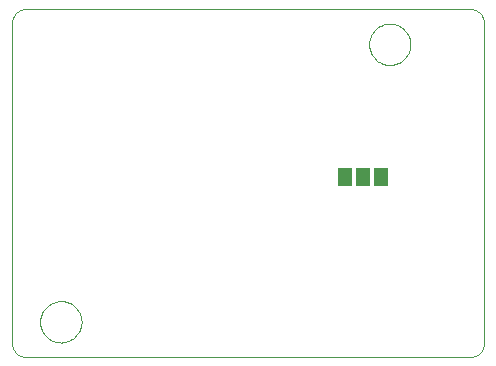
<source format=gbp>
G75*
%MOIN*%
%OFA0B0*%
%FSLAX24Y24*%
%IPPOS*%
%LPD*%
%AMOC8*
5,1,8,0,0,1.08239X$1,22.5*
%
%ADD10C,0.0000*%
%ADD11R,0.0460X0.0630*%
D10*
X007271Y007583D02*
X022019Y007583D01*
X022063Y007585D01*
X022106Y007591D01*
X022148Y007600D01*
X022190Y007613D01*
X022230Y007630D01*
X022269Y007650D01*
X022306Y007673D01*
X022340Y007700D01*
X022373Y007729D01*
X022402Y007762D01*
X022429Y007796D01*
X022452Y007833D01*
X022472Y007872D01*
X022489Y007912D01*
X022502Y007954D01*
X022511Y007996D01*
X022517Y008039D01*
X022519Y008083D01*
X022519Y018698D01*
X022517Y018742D01*
X022511Y018785D01*
X022502Y018827D01*
X022489Y018869D01*
X022472Y018909D01*
X022452Y018948D01*
X022429Y018985D01*
X022402Y019019D01*
X022373Y019052D01*
X022340Y019081D01*
X022306Y019108D01*
X022269Y019131D01*
X022230Y019151D01*
X022190Y019168D01*
X022148Y019181D01*
X022106Y019190D01*
X022063Y019196D01*
X022019Y019198D01*
X007271Y019198D01*
X007227Y019196D01*
X007184Y019190D01*
X007142Y019181D01*
X007100Y019168D01*
X007060Y019151D01*
X007021Y019131D01*
X006984Y019108D01*
X006950Y019081D01*
X006917Y019052D01*
X006888Y019019D01*
X006861Y018985D01*
X006838Y018948D01*
X006818Y018909D01*
X006801Y018869D01*
X006788Y018827D01*
X006779Y018785D01*
X006773Y018742D01*
X006771Y018698D01*
X006771Y008083D01*
X006773Y008039D01*
X006779Y007996D01*
X006788Y007954D01*
X006801Y007912D01*
X006818Y007872D01*
X006838Y007833D01*
X006861Y007796D01*
X006888Y007762D01*
X006917Y007729D01*
X006950Y007700D01*
X006984Y007673D01*
X007021Y007650D01*
X007060Y007630D01*
X007100Y007613D01*
X007142Y007600D01*
X007184Y007591D01*
X007227Y007585D01*
X007271Y007583D01*
X007716Y008764D02*
X007718Y008816D01*
X007724Y008868D01*
X007734Y008919D01*
X007747Y008969D01*
X007765Y009019D01*
X007786Y009066D01*
X007810Y009112D01*
X007839Y009156D01*
X007870Y009198D01*
X007904Y009237D01*
X007941Y009274D01*
X007981Y009307D01*
X008024Y009338D01*
X008068Y009365D01*
X008114Y009389D01*
X008163Y009409D01*
X008212Y009425D01*
X008263Y009438D01*
X008314Y009447D01*
X008366Y009452D01*
X008418Y009453D01*
X008470Y009450D01*
X008522Y009443D01*
X008573Y009432D01*
X008623Y009418D01*
X008672Y009399D01*
X008719Y009377D01*
X008764Y009352D01*
X008808Y009323D01*
X008849Y009291D01*
X008888Y009256D01*
X008923Y009218D01*
X008956Y009177D01*
X008986Y009135D01*
X009012Y009090D01*
X009035Y009043D01*
X009054Y008994D01*
X009070Y008944D01*
X009082Y008894D01*
X009090Y008842D01*
X009094Y008790D01*
X009094Y008738D01*
X009090Y008686D01*
X009082Y008634D01*
X009070Y008584D01*
X009054Y008534D01*
X009035Y008485D01*
X009012Y008438D01*
X008986Y008393D01*
X008956Y008351D01*
X008923Y008310D01*
X008888Y008272D01*
X008849Y008237D01*
X008808Y008205D01*
X008764Y008176D01*
X008719Y008151D01*
X008672Y008129D01*
X008623Y008110D01*
X008573Y008096D01*
X008522Y008085D01*
X008470Y008078D01*
X008418Y008075D01*
X008366Y008076D01*
X008314Y008081D01*
X008263Y008090D01*
X008212Y008103D01*
X008163Y008119D01*
X008114Y008139D01*
X008068Y008163D01*
X008024Y008190D01*
X007981Y008221D01*
X007941Y008254D01*
X007904Y008291D01*
X007870Y008330D01*
X007839Y008372D01*
X007810Y008416D01*
X007786Y008462D01*
X007765Y008509D01*
X007747Y008559D01*
X007734Y008609D01*
X007724Y008660D01*
X007718Y008712D01*
X007716Y008764D01*
X018681Y018016D02*
X018683Y018068D01*
X018689Y018120D01*
X018699Y018171D01*
X018712Y018221D01*
X018730Y018271D01*
X018751Y018318D01*
X018775Y018364D01*
X018804Y018408D01*
X018835Y018450D01*
X018869Y018489D01*
X018906Y018526D01*
X018946Y018559D01*
X018989Y018590D01*
X019033Y018617D01*
X019079Y018641D01*
X019128Y018661D01*
X019177Y018677D01*
X019228Y018690D01*
X019279Y018699D01*
X019331Y018704D01*
X019383Y018705D01*
X019435Y018702D01*
X019487Y018695D01*
X019538Y018684D01*
X019588Y018670D01*
X019637Y018651D01*
X019684Y018629D01*
X019729Y018604D01*
X019773Y018575D01*
X019814Y018543D01*
X019853Y018508D01*
X019888Y018470D01*
X019921Y018429D01*
X019951Y018387D01*
X019977Y018342D01*
X020000Y018295D01*
X020019Y018246D01*
X020035Y018196D01*
X020047Y018146D01*
X020055Y018094D01*
X020059Y018042D01*
X020059Y017990D01*
X020055Y017938D01*
X020047Y017886D01*
X020035Y017836D01*
X020019Y017786D01*
X020000Y017737D01*
X019977Y017690D01*
X019951Y017645D01*
X019921Y017603D01*
X019888Y017562D01*
X019853Y017524D01*
X019814Y017489D01*
X019773Y017457D01*
X019729Y017428D01*
X019684Y017403D01*
X019637Y017381D01*
X019588Y017362D01*
X019538Y017348D01*
X019487Y017337D01*
X019435Y017330D01*
X019383Y017327D01*
X019331Y017328D01*
X019279Y017333D01*
X019228Y017342D01*
X019177Y017355D01*
X019128Y017371D01*
X019079Y017391D01*
X019033Y017415D01*
X018989Y017442D01*
X018946Y017473D01*
X018906Y017506D01*
X018869Y017543D01*
X018835Y017582D01*
X018804Y017624D01*
X018775Y017668D01*
X018751Y017714D01*
X018730Y017761D01*
X018712Y017811D01*
X018699Y017861D01*
X018689Y017912D01*
X018683Y017964D01*
X018681Y018016D01*
D11*
X018471Y013583D03*
X019071Y013583D03*
X017871Y013583D03*
M02*

</source>
